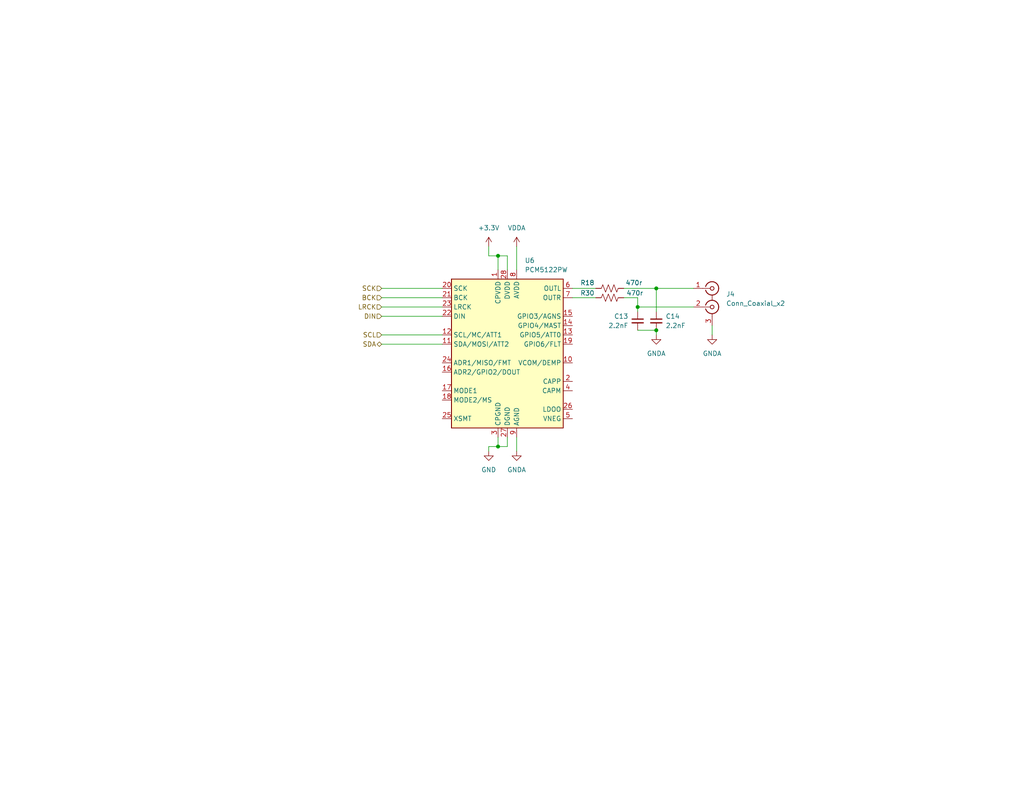
<source format=kicad_sch>
(kicad_sch (version 20231120) (generator "eeschema") (generator_version "8.0")
  (paper "A")
  (lib_symbols
    (symbol "Audio:PCM5122PW"
      (property "Reference" "U" (at -13.97 21.59 0))
      (property "Value" "PCM5122PW" (at 10.16 21.59 0))
      (symbol "PCM5122PW_0_1"
        (rectangle (start -15.24 20.32) (end 15.24 -20.32) (stroke (width 0.254)) (fill (type background)))
      )
      (symbol "PCM5122PW_1_1"
        (pin power_in line (at -2.54 22.86 270) (length 2.54) (name "CPVDD") (number "1"))
        (pin bidirectional line (at 17.78 -2.54 180) (length 2.54) (name "VCOM/DEMP") (number "10"))
        (pin bidirectional line (at -17.78 2.54 0) (length 2.54) (name "SDA/MOSI/ATT2") (number "11"))
        (pin input line (at -17.78 5.08 0) (length 2.54) (name "SCL/MC/ATT1") (number "12"))
        (pin bidirectional line (at 17.78 5.08 180) (length 2.54) (name "GPIO5/ATT0") (number "13"))
        (pin bidirectional line (at 17.78 7.62 180) (length 2.54) (name "GPIO4/MAST") (number "14"))
        (pin bidirectional line (at 17.78 10.16 180) (length 2.54) (name "GPIO3/AGNS") (number "15"))
        (pin bidirectional line (at -17.78 -5.08 0) (length 2.54) (name "ADR2/GPIO2/DOUT") (number "16"))
        (pin input line (at -17.78 -10.16 0) (length 2.54) (name "MODE1") (number "17"))
        (pin input line (at -17.78 -12.7 0) (length 2.54) (name "MODE2/MS") (number "18"))
        (pin bidirectional line (at 17.78 2.54 180) (length 2.54) (name "GPIO6/FLT") (number "19"))
        (pin passive line (at 17.78 -7.62 180) (length 2.54) (name "CAPP") (number "2"))
        (pin input line (at -17.78 17.78 0) (length 2.54) (name "SCK") (number "20"))
        (pin bidirectional line (at -17.78 15.24 0) (length 2.54) (name "BCK") (number "21"))
        (pin input line (at -17.78 10.16 0) (length 2.54) (name "DIN") (number "22"))
        (pin bidirectional line (at -17.78 12.7 0) (length 2.54) (name "LRCK") (number "23"))
        (pin bidirectional line (at -17.78 -2.54 0) (length 2.54) (name "ADR1/MISO/FMT") (number "24"))
        (pin input line (at -17.78 -17.78 0) (length 2.54) (name "XSMT") (number "25"))
        (pin passive line (at 17.78 -15.24 180) (length 2.54) (name "LDOO") (number "26"))
        (pin power_in line (at 0 -22.86 90) (length 2.54) (name "DGND") (number "27"))
        (pin power_in line (at 0 22.86 270) (length 2.54) (name "DVDD") (number "28"))
        (pin power_in line (at -2.54 -22.86 90) (length 2.54) (name "CPGND") (number "3"))
        (pin passive line (at 17.78 -10.16 180) (length 2.54) (name "CAPM") (number "4"))
        (pin passive line (at 17.78 -17.78 180) (length 2.54) (name "VNEG") (number "5"))
        (pin output line (at 17.78 17.78 180) (length 2.54) (name "OUTL") (number "6"))
        (pin output line (at 17.78 15.24 180) (length 2.54) (name "OUTR") (number "7"))
        (pin power_in line (at 2.54 22.86 270) (length 2.54) (name "AVDD") (number "8"))
        (pin power_in line (at 2.54 -22.86 90) (length 2.54) (name "AGND") (number "9"))
      )
    )
    (symbol "Connector:Conn_Coaxial_x2" (pin_names (offset 1.016) hide)
      (property "Reference" "J" (at 0 5.715 0))
      (property "Value" "Conn_Coaxial_x2" (at 2.921 0 90))
      (symbol "Conn_Coaxial_x2_0_1"
        (arc (start -1.778 -3.048) (mid 0.2311 -4.3466) (end 1.778 -2.54) (stroke (width 0.254)))
        (arc (start -1.778 2.032) (mid 0.2311 0.7334) (end 1.778 2.54) (stroke (width 0.254)))
        (circle (center 0 -2.54) (radius 0.508) (stroke (width 0.2032)))
        (polyline (pts (xy -2.54 -2.54) (xy -0.508 -2.54)))
        (polyline (pts (xy -2.54 2.54) (xy -0.508 2.54)))
        (polyline (pts (xy 0 -5.08) (xy 0 -4.318)))
        (polyline (pts (xy 0 0.762) (xy 0 -0.635)))
        (circle (center 0 2.54) (radius 0.508) (stroke (width 0.2032)))
        (arc (start 1.778 -2.54) (mid 0.2099 -0.7299) (end -1.778 -2.032) (stroke (width 0.254)))
        (arc (start 1.778 2.54) (mid 0.2099 4.3501) (end -1.778 3.048) (stroke (width 0.254)))
      )
      (symbol "Conn_Coaxial_x2_1_1"
        (pin passive line (at -5.08 2.54 0) (length 2.54) (name "IN1") (number "1"))
        (pin passive line (at -5.08 -2.54 0) (length 2.54) (name "IN2") (number "2"))
        (pin passive line (at 0 -7.62 90) (length 2.54) (name "EXT") (number "3"))
      )
    )
    (symbol "Device:C_Small" (pin_numbers hide) (pin_names (offset 0.254) hide)
      (property "Reference" "C" (at 0.254 1.778 0))
      (property "Value" "C_Small" (at 0.254 -2.032 0))
      (symbol "C_Small_0_1"
        (polyline (pts (xy -1.524 -0.508) (xy 1.524 -0.508)) (stroke (width 0.3302)))
        (polyline (pts (xy -1.524 0.508) (xy 1.524 0.508)) (stroke (width 0.3048)))
      )
      (symbol "C_Small_1_1"
        (pin passive line (at 0 2.54 270) (length 2.032) (name "~") (number "1"))
        (pin passive line (at 0 -2.54 90) (length 2.032) (name "~") (number "2"))
      )
    )
    (symbol "Device:R_US" (pin_numbers hide) (pin_names (offset 0))
      (property "Reference" "R" (at 2.54 0 90))
      (property "Value" "R_US" (at -2.54 0 90))
      (symbol "R_US_0_1"
        (polyline (pts (xy 0 -2.286) (xy 0 -2.54)))
        (polyline (pts (xy 0 2.286) (xy 0 2.54)))
        (polyline (pts (xy 0 -0.762) (xy 1.016 -1.143) (xy 0 -1.524) (xy -1.016 -1.905) (xy 0 -2.286)))
        (polyline (pts (xy 0 0.762) (xy 1.016 0.381) (xy 0 0) (xy -1.016 -0.381) (xy 0 -0.762)))
        (polyline (pts (xy 0 2.286) (xy 1.016 1.905) (xy 0 1.524) (xy -1.016 1.143) (xy 0 0.762)))
      )
      (symbol "R_US_1_1"
        (pin passive line (at 0 3.81 270) (length 1.27) (name "~") (number "1"))
        (pin passive line (at 0 -3.81 90) (length 1.27) (name "~") (number "2"))
      )
    )
    (symbol "power:+3.3V" (power) (pin_numbers hide) (pin_names (offset 0) hide)
      (property "Value" "+3.3V" (at 0 3.556 0))
      (symbol "+3.3V_0_1"
        (polyline (pts (xy -0.762 1.27) (xy 0 2.54)))
        (polyline (pts (xy 0 0) (xy 0 2.54)))
        (polyline (pts (xy 0 2.54) (xy 0.762 1.27)))
      )
      (symbol "+3.3V_1_1"
        (pin power_in line (at 0 0 90) (length 0) (name "~") (number "1"))
      )
    )
    (symbol "power:GND" (power) (pin_numbers hide) (pin_names (offset 0) hide)
      (property "Value" "GND" (at 0 -3.81 0))
      (symbol "GND_0_1"
        (polyline (pts (xy 0 0) (xy 0 -1.27) (xy 1.27 -1.27) (xy 0 -2.54) (xy -1.27 -1.27) (xy 0 -1.27)))
      )
      (symbol "GND_1_1"
        (pin power_in line (at 0 0 270) (length 0) (name "~") (number "1"))
      )
    )
    (symbol "power:GNDA" (power) (pin_numbers hide) (pin_names (offset 0) hide)
      (property "Value" "GNDA" (at 0 -3.81 0))
      (symbol "GNDA_0_1"
        (polyline (pts (xy 0 0) (xy 0 -1.27) (xy 1.27 -1.27) (xy 0 -2.54) (xy -1.27 -1.27) (xy 0 -1.27)))
      )
      (symbol "GNDA_1_1"
        (pin power_in line (at 0 0 270) (length 0) (name "~") (number "1"))
      )
    )
    (symbol "power:VDDA" (power) (pin_numbers hide) (pin_names (offset 0) hide)
      (property "Value" "VDDA" (at 0 3.556 0))
      (symbol "VDDA_0_1"
        (polyline (pts (xy -0.762 1.27) (xy 0 2.54)))
        (polyline (pts (xy 0 0) (xy 0 2.54)))
        (polyline (pts (xy 0 2.54) (xy 0.762 1.27)))
      )
      (symbol "VDDA_1_1"
        (pin power_in line (at 0 0 90) (length 0) (name "~") (number "1"))
      )
    )
  )
  (junction (at 135.89 69.85))
  (junction (at 173.99 83.82))
  (junction (at 135.89 121.92))
  (junction (at 179.07 78.74))
  (junction (at 179.07 90.17))
  (wire (pts (xy 104.14 81.28) (xy 120.65 81.28)))
  (wire (pts (xy 138.43 121.92) (xy 138.43 119.38)))
  (wire (pts (xy 170.18 78.74) (xy 179.07 78.74)))
  (wire (pts (xy 135.89 119.38) (xy 135.89 121.92)))
  (wire (pts (xy 133.35 69.85) (xy 135.89 69.85)))
  (wire (pts (xy 135.89 121.92) (xy 138.43 121.92)))
  (wire (pts (xy 133.35 121.92) (xy 135.89 121.92)))
  (wire (pts (xy 138.43 69.85) (xy 135.89 69.85)))
  (wire (pts (xy 156.21 78.74) (xy 162.56 78.74)))
  (wire (pts (xy 179.07 90.17) (xy 179.07 91.44)))
  (wire (pts (xy 189.23 83.82) (xy 173.99 83.82)))
  (wire (pts (xy 194.31 91.44) (xy 194.31 88.9)))
  (wire (pts (xy 173.99 90.17) (xy 179.07 90.17)))
  (wire (pts (xy 104.14 91.44) (xy 120.65 91.44)))
  (wire (pts (xy 104.14 93.98) (xy 120.65 93.98)))
  (wire (pts (xy 140.97 67.31) (xy 140.97 73.66)))
  (wire (pts (xy 138.43 73.66) (xy 138.43 69.85)))
  (wire (pts (xy 173.99 81.28) (xy 170.18 81.28)))
  (wire (pts (xy 162.56 81.28) (xy 156.21 81.28)))
  (wire (pts (xy 173.99 83.82) (xy 173.99 81.28)))
  (wire (pts (xy 104.14 86.36) (xy 120.65 86.36)))
  (wire (pts (xy 133.35 67.31) (xy 133.35 69.85)))
  (wire (pts (xy 179.07 78.74) (xy 189.23 78.74)))
  (wire (pts (xy 135.89 69.85) (xy 135.89 73.66)))
  (wire (pts (xy 179.07 78.74) (xy 179.07 85.09)))
  (wire (pts (xy 104.14 78.74) (xy 120.65 78.74)))
  (wire (pts (xy 140.97 119.38) (xy 140.97 123.19)))
  (wire (pts (xy 133.35 121.92) (xy 133.35 123.19)))
  (wire (pts (xy 173.99 85.09) (xy 173.99 83.82)))
  (wire (pts (xy 104.14 83.82) (xy 120.65 83.82)))
  (hierarchical_label "SCK" (shape input) (at 104.14 78.74 180))
  (hierarchical_label "SCL" (shape input) (at 104.14 91.44 180))
  (hierarchical_label "DIN" (shape input) (at 104.14 86.36 180))
  (hierarchical_label "BCK" (shape input) (at 104.14 81.28 180))
  (hierarchical_label "LRCK" (shape input) (at 104.14 83.82 180))
  (hierarchical_label "SDA" (shape bidirectional) (at 104.14 93.98 180))
  (symbol (lib_id "power:+3.3V") (at 133.35 67.31 0) (unit 1)
    (property "Reference" "#PWR045" (effects (hide yes)))
    (property "Value" "+3.3V" (at 133.35 62.23 0))
    (property "Description" "Power symbol creates a global label with name \"+3.3V\"" (effects (hide yes)))
  )
  (symbol (lib_id "power:GND") (at 133.35 123.19 0) (unit 1)
    (property "Reference" "#PWR049" (effects (hide yes)))
    (property "Value" "GND" (at 133.35 128.27 0))
    (property "Description" "Power symbol creates a global label with name \"GND\" , ground" (effects (hide yes)))
  )
  (symbol (lib_id "power:GNDA") (at 140.97 123.19 0) (unit 1)
    (property "Reference" "#PWR047" (effects (hide yes)))
    (property "Value" "GNDA" (at 140.97 128.27 0))
    (property "Description" "Power symbol creates a global label with name \"GNDA\" , analog ground" (effects (hide yes)))
  )
  (symbol (lib_id "Connector:Conn_Coaxial_x2") (at 194.31 81.28 0) (unit 1)
    (property "Reference" "J4" (at 198.12 80.3031 0) (effects (justify left)))
    (property "Value" "Conn_Coaxial_x2" (at 198.12 82.8431 0) (effects (justify left)))
    (property "Description" "double coaxial connector (BNC, SMA, SMB, SMC, Cinch/RCA, LEMO, ...)" (effects (hide yes)))
  )
  (symbol (lib_id "Device:R_US") (at 166.37 78.74 90) (unit 1)
    (property "Reference" "R18" (at 160.274 77.216 90))
    (property "Value" "470r" (at 172.974 77.216 90))
    (property "Description" "Resistor, US symbol" (effects (hide yes)))
  )
  (symbol (lib_id "Audio:PCM5122PW") (at 138.43 96.52 0) (unit 1)
    (property "Reference" "U6" (at 143.1641 71.12 0) (effects (justify left)))
    (property "Value" "PCM5122PW" (at 143.1641 73.66 0) (effects (justify left)))
    (property "Footprint" "Package_SO:TSSOP-28_4.4x9.7mm_P0.65mm" (effects (hide yes)))
    (property "Datasheet" "http://www.ti.com/lit/ds/symlink/pcm5122.pdf" (effects (hide yes)))
    (property "Description" "2VRMS DirectPath, 112dB Audio Stereo DAC with 32-bit, 384kHz PCM Interface, TSSOP-28" (effects (hide yes)))
  )
  (symbol (lib_id "power:VDDA") (at 140.97 67.31 0) (unit 1)
    (property "Reference" "#PWR050" (effects (hide yes)))
    (property "Value" "VDDA" (at 140.97 62.23 0))
    (property "Description" "Power symbol creates a global label with name \"VDDA\"" (effects (hide yes)))
  )
  (symbol (lib_id "Device:C_Small") (at 179.07 87.63 0) (unit 1)
    (property "Reference" "C14" (at 181.61 86.3662 0) (effects (justify left)))
    (property "Value" "2.2nF" (at 181.61 88.9062 0) (effects (justify left)))
    (property "Description" "Unpolarized capacitor, small symbol" (effects (hide yes)))
  )
  (symbol (lib_id "Device:C_Small") (at 173.99 87.63 0) (unit 1)
    (property "Reference" "C13" (at 171.45 86.3662 0) (effects (justify right)))
    (property "Value" "2.2nF" (at 171.45 88.9062 0) (effects (justify right)))
    (property "Description" "Unpolarized capacitor, small symbol" (effects (hide yes)))
  )
  (symbol (lib_id "Device:R_US") (at 166.37 81.28 90) (unit 1)
    (property "Reference" "R30" (at 160.274 80.01 90))
    (property "Value" "470r" (at 173.228 80.01 90))
    (property "Description" "Resistor, US symbol" (effects (hide yes)))
  )
  (symbol (lib_id "power:GNDA") (at 194.31 91.44 0) (unit 1)
    (property "Reference" "#PWR046" (effects (hide yes)))
    (property "Value" "GNDA" (at 194.31 96.52 0))
    (property "Description" "Power symbol creates a global label with name \"GNDA\" , analog ground" (effects (hide yes)))
  )
  (symbol (lib_id "power:GNDA") (at 179.07 91.44 0) (unit 1)
    (property "Reference" "#PWR048" (effects (hide yes)))
    (property "Value" "GNDA" (at 179.07 96.52 0))
    (property "Description" "Power symbol creates a global label with name \"GNDA\" , analog ground" (effects (hide yes)))
  )
)
</source>
